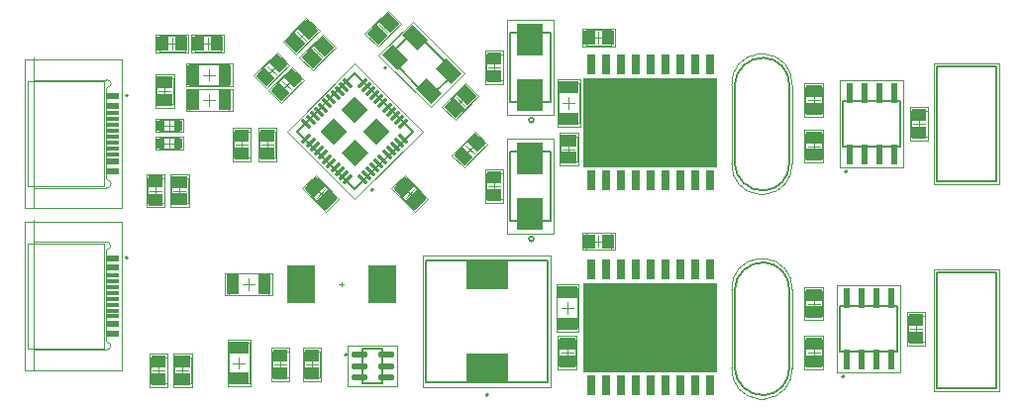
<source format=gtp>
G04*
G04 #@! TF.GenerationSoftware,Altium Limited,Altium Designer,22.1.2 (22)*
G04*
G04 Layer_Color=8421504*
%FSLAX44Y44*%
%MOMM*%
G71*
G04*
G04 #@! TF.SameCoordinates,D73D9505-6E86-4879-9EB9-392C4F9F1875*
G04*
G04*
G04 #@! TF.FilePolarity,Positive*
G04*
G01*
G75*
%ADD10C,0.2000*%
%ADD11C,0.1270*%
%ADD13C,0.0000*%
%ADD14C,0.0500*%
%ADD16C,0.1000*%
G04:AMPARAMS|DCode=17|XSize=1.01mm|YSize=0.26mm|CornerRadius=0.0325mm|HoleSize=0mm|Usage=FLASHONLY|Rotation=135.000|XOffset=0mm|YOffset=0mm|HoleType=Round|Shape=RoundedRectangle|*
%AMROUNDEDRECTD17*
21,1,1.0100,0.1950,0,0,135.0*
21,1,0.9450,0.2600,0,0,135.0*
1,1,0.0650,-0.2652,0.4031*
1,1,0.0650,0.4031,-0.2652*
1,1,0.0650,0.2652,-0.4031*
1,1,0.0650,-0.4031,0.2652*
%
%ADD17ROUNDEDRECTD17*%
G04:AMPARAMS|DCode=18|XSize=0.26mm|YSize=1.01mm|CornerRadius=0.0325mm|HoleSize=0mm|Usage=FLASHONLY|Rotation=135.000|XOffset=0mm|YOffset=0mm|HoleType=Round|Shape=RoundedRectangle|*
%AMROUNDEDRECTD18*
21,1,0.2600,0.9450,0,0,135.0*
21,1,0.1950,1.0100,0,0,135.0*
1,1,0.0650,0.2652,0.4031*
1,1,0.0650,0.4031,0.2652*
1,1,0.0650,-0.2652,-0.4031*
1,1,0.0650,-0.4031,-0.2652*
%
%ADD18ROUNDEDRECTD18*%
G04:AMPARAMS|DCode=19|XSize=1.4mm|YSize=1.1mm|CornerRadius=0mm|HoleSize=0mm|Usage=FLASHONLY|Rotation=315.000|XOffset=0mm|YOffset=0mm|HoleType=Round|Shape=Rectangle|*
%AMROTATEDRECTD19*
4,1,4,-0.8839,0.1061,-0.1061,0.8839,0.8839,-0.1061,0.1061,-0.8839,-0.8839,0.1061,0.0*
%
%ADD19ROTATEDRECTD19*%

%ADD20R,1.1000X0.6000*%
%ADD21R,1.1000X0.3000*%
%ADD22R,1.0000X1.3000*%
%ADD23R,1.3000X1.0000*%
G04:AMPARAMS|DCode=24|XSize=1.75mm|YSize=0.59mm|CornerRadius=0.0738mm|HoleSize=0mm|Usage=FLASHONLY|Rotation=90.000|XOffset=0mm|YOffset=0mm|HoleType=Round|Shape=RoundedRectangle|*
%AMROUNDEDRECTD24*
21,1,1.7500,0.4425,0,0,90.0*
21,1,1.6025,0.5900,0,0,90.0*
1,1,0.1475,0.2213,0.8012*
1,1,0.1475,0.2213,-0.8012*
1,1,0.1475,-0.2213,-0.8012*
1,1,0.1475,-0.2213,0.8012*
%
%ADD24ROUNDEDRECTD24*%
%ADD25R,1.4000X1.1000*%
%ADD26R,1.7000X1.1000*%
%ADD27R,0.7620X1.7780*%
%ADD28R,2.2000X2.8000*%
G04:AMPARAMS|DCode=29|XSize=1.3mm|YSize=1mm|CornerRadius=0mm|HoleSize=0mm|Usage=FLASHONLY|Rotation=135.000|XOffset=0mm|YOffset=0mm|HoleType=Round|Shape=Rectangle|*
%AMROTATEDRECTD29*
4,1,4,0.8132,-0.1061,0.1061,-0.8132,-0.8132,0.1061,-0.1061,0.8132,0.8132,-0.1061,0.0*
%
%ADD29ROTATEDRECTD29*%

G04:AMPARAMS|DCode=30|XSize=1.4mm|YSize=1.1mm|CornerRadius=0mm|HoleSize=0mm|Usage=FLASHONLY|Rotation=225.000|XOffset=0mm|YOffset=0mm|HoleType=Round|Shape=Rectangle|*
%AMROTATEDRECTD30*
4,1,4,0.1061,0.8839,0.8839,0.1061,-0.1061,-0.8839,-0.8839,-0.1061,0.1061,0.8839,0.0*
%
%ADD30ROTATEDRECTD30*%

G04:AMPARAMS|DCode=31|XSize=1.2mm|YSize=1.8mm|CornerRadius=0mm|HoleSize=0mm|Usage=FLASHONLY|Rotation=45.000|XOffset=0mm|YOffset=0mm|HoleType=Round|Shape=Rectangle|*
%AMROTATEDRECTD31*
4,1,4,0.2121,-1.0607,-1.0607,0.2121,-0.2121,1.0607,1.0607,-0.2121,0.2121,-1.0607,0.0*
%
%ADD31ROTATEDRECTD31*%

%ADD32R,1.1000X1.7000*%
%ADD33R,0.7000X0.9000*%
%ADD34R,3.6000X2.6500*%
G04:AMPARAMS|DCode=35|XSize=1.37mm|YSize=0.59mm|CornerRadius=0.1475mm|HoleSize=0mm|Usage=FLASHONLY|Rotation=180.000|XOffset=0mm|YOffset=0mm|HoleType=Round|Shape=RoundedRectangle|*
%AMROUNDEDRECTD35*
21,1,1.3700,0.2950,0,0,180.0*
21,1,1.0750,0.5900,0,0,180.0*
1,1,0.2950,-0.5375,0.1475*
1,1,0.2950,0.5375,0.1475*
1,1,0.2950,0.5375,-0.1475*
1,1,0.2950,-0.5375,-0.1475*
%
%ADD35ROUNDEDRECTD35*%
%ADD36R,2.4000X3.3000*%
G36*
X570397Y1179165D02*
X558800Y1167568D01*
X547203Y1179165D01*
X558800Y1190761D01*
X570397Y1179165D01*
D02*
G37*
G36*
X588781Y1160780D02*
X577185Y1149183D01*
X565588Y1160780D01*
X577185Y1172377D01*
X588781Y1160780D01*
D02*
G37*
G36*
X552012D02*
X540415Y1149183D01*
X528819Y1160780D01*
X540415Y1172377D01*
X552012Y1160780D01*
D02*
G37*
G36*
X570397Y1142395D02*
X558800Y1130799D01*
X547203Y1142395D01*
X558800Y1153992D01*
X570397Y1142395D01*
D02*
G37*
G36*
X868680Y1130270D02*
X754336D01*
Y1206500D01*
X868680D01*
Y1130270D01*
D02*
G37*
G36*
Y955010D02*
X754336D01*
Y1031240D01*
X868680D01*
Y955010D01*
D02*
G37*
D10*
X574437Y1110788D02*
G03*
X574437Y1110788I-1000J0D01*
G01*
X364500Y1052700D02*
G03*
X364500Y1052700I-1000J0D01*
G01*
X364860Y1191260D02*
G03*
X364860Y1191260I-1000J0D01*
G01*
X977220Y950870D02*
G03*
X977220Y950870I-1000J0D01*
G01*
X711660Y1068790D02*
G03*
X711660Y1068790I-2000J0D01*
G01*
X585837Y1215102D02*
G03*
X585837Y1215102I-1000J0D01*
G01*
X711660Y1170390D02*
G03*
X711660Y1170390I-2000J0D01*
G01*
X979760Y1126130D02*
G03*
X979760Y1126130I-1000J0D01*
G01*
X672830Y935220D02*
G03*
X672830Y935220I-1000J0D01*
G01*
X551990Y969620D02*
G03*
X551990Y969620I-1000J0D01*
G01*
D11*
X908473Y1048622D02*
G03*
X883478Y1025313I-843J-24152D01*
G01*
Y958427D02*
G03*
X908473Y935118I24152J843D01*
G01*
X908462Y935118D02*
G03*
X930082Y958302I-782J22402D01*
G01*
Y1025438D02*
G03*
X908462Y1048622I-22402J782D01*
G01*
X908473Y1223612D02*
G03*
X883478Y1200303I-843J-24152D01*
G01*
Y1133417D02*
G03*
X908473Y1110108I24152J843D01*
G01*
X908462Y1110108D02*
G03*
X930082Y1133292I-782J22402D01*
G01*
Y1200428D02*
G03*
X908462Y1223612I-22402J782D01*
G01*
X558800Y1111283D02*
X608298Y1160780D01*
X509302D02*
X558800Y1210277D01*
X509302Y1160780D02*
X558800Y1111283D01*
Y1210277D02*
X608298Y1160780D01*
X883480Y958370D02*
Y1025370D01*
X930080Y958370D02*
Y1025370D01*
X1107440Y941100D02*
Y1040100D01*
X1056640D02*
X1107440D01*
X1056640Y941100D02*
Y1040100D01*
Y941100D02*
X1107440D01*
X973720Y1011370D02*
X1022720D01*
X973720Y972370D02*
X1022720D01*
Y1011370D01*
X973720Y972370D02*
Y1011370D01*
X691160Y1143790D02*
X726160D01*
X691160Y1083790D02*
X726160D01*
X691160D02*
Y1143790D01*
X726160Y1083790D02*
Y1143790D01*
X586959Y1224294D02*
X609586Y1246921D01*
X586959Y1224294D02*
X622314Y1188939D01*
X644941Y1211566D01*
X609586Y1246921D02*
X644941Y1211566D01*
X691160Y1245390D02*
X726160D01*
X691160Y1185390D02*
X726160D01*
X691160D02*
Y1245390D01*
X726160Y1185390D02*
Y1245390D01*
X883480Y1133360D02*
Y1200360D01*
X930080Y1133360D02*
Y1200360D01*
X976260Y1186630D02*
X1025260D01*
X976260Y1147630D02*
X1025260D01*
Y1186630D01*
X976260Y1147630D02*
Y1186630D01*
X1107440Y1117630D02*
Y1216630D01*
X1056640D02*
X1107440D01*
X1056640Y1117630D02*
Y1216630D01*
Y1117630D02*
X1107440D01*
X619830Y946220D02*
X723830D01*
Y1050220D01*
X619830D02*
X723830D01*
X619830Y946220D02*
Y1050220D01*
X565540Y945120D02*
X582540D01*
X565540Y975120D02*
X582540D01*
Y945120D02*
Y975120D01*
X565540Y945120D02*
Y975120D01*
D13*
X349999Y1062956D02*
G03*
X345994Y1066199I-3624J-381D01*
G01*
X347187Y1059699D02*
G03*
X350001Y1062937I-212J3026D01*
G01*
X347208Y1059701D02*
G03*
X345999Y1058208I142J-1351D01*
G01*
Y981792D02*
G03*
X347208Y980299I1351J-142D01*
G01*
X350001Y977063D02*
G03*
X347187Y980301I-3026J212D01*
G01*
X345994Y973801D02*
G03*
X349999Y977044I381J3624D01*
G01*
X350359Y1201516D02*
G03*
X346354Y1204759I-3624J-381D01*
G01*
X347547Y1198259D02*
G03*
X350361Y1201497I-212J3026D01*
G01*
X347568Y1198261D02*
G03*
X346359Y1196768I142J-1351D01*
G01*
Y1120352D02*
G03*
X347568Y1118859I1351J-142D01*
G01*
X350361Y1115623D02*
G03*
X347547Y1118861I-3026J212D01*
G01*
X346354Y1112361D02*
G03*
X350359Y1115604I381J3624D01*
G01*
X284000Y1066200D02*
Y1085200D01*
Y1066200D02*
X346000D01*
Y981800D02*
Y1058200D01*
X284000Y973800D02*
X346000D01*
X284000Y956400D02*
Y973800D01*
X284360Y1204760D02*
Y1223760D01*
Y1204760D02*
X346360D01*
Y1120360D02*
Y1196760D01*
X284360Y1112360D02*
X346360D01*
X284360Y1094960D02*
Y1112360D01*
D14*
X904139Y1051861D02*
G03*
X880989Y1025229I1741J-24891D01*
G01*
Y958511D02*
G03*
X904139Y931879I24891J-1741D01*
G01*
X909420D02*
G03*
X932571Y958511I-1741J24891D01*
G01*
Y1025229D02*
G03*
X909420Y1051861I-24891J1741D01*
G01*
X904139Y1226851D02*
G03*
X880989Y1200219I1741J-24891D01*
G01*
Y1133501D02*
G03*
X904139Y1106869I24891J-1741D01*
G01*
X909420D02*
G03*
X932571Y1133501I-1741J24891D01*
G01*
Y1200219D02*
G03*
X909420Y1226851I-24891J1741D01*
G01*
X500605Y1160780D02*
X558800Y1218975D01*
Y1102585D02*
X616995Y1160780D01*
X500605D02*
X558800Y1102585D01*
Y1218975D02*
X616995Y1160780D01*
X276500Y1083700D02*
X359500D01*
X276500Y956300D02*
Y1083700D01*
X359500Y956300D02*
Y1083700D01*
X276500Y956300D02*
X359500D01*
X276860Y1222260D02*
X359860D01*
X276860Y1094860D02*
Y1222260D01*
X359860Y1094860D02*
Y1222260D01*
X276860Y1094860D02*
X359860D01*
X880980Y958370D02*
Y1025370D01*
X904280Y931870D02*
X909280D01*
X932580Y958370D02*
Y1025370D01*
X904280Y1051870D02*
X909280D01*
X1109940Y938600D02*
Y1042600D01*
X1054140D02*
X1109940D01*
X1054140Y938600D02*
Y1042600D01*
Y938600D02*
X1109940D01*
X971220Y1028970D02*
X1025220D01*
X971220Y954770D02*
X1025220D01*
Y1028970D01*
X971220Y954770D02*
Y1028970D01*
X688660Y1073290D02*
Y1154290D01*
X728660D01*
Y1073290D02*
Y1154290D01*
X688660Y1073290D02*
X728660D01*
X579180Y1225708D02*
X608172Y1254699D01*
X579180Y1225708D02*
X623728Y1181161D01*
X652719Y1210152D01*
X608172Y1254699D02*
X652719Y1210152D01*
X688660Y1174890D02*
Y1255890D01*
X728660D01*
Y1174890D02*
Y1255890D01*
X688660Y1174890D02*
X728660D01*
X880980Y1133360D02*
Y1200360D01*
X904280Y1106860D02*
X909280D01*
X932580Y1133360D02*
Y1200360D01*
X904280Y1226860D02*
X909280D01*
X973760Y1204230D02*
X1027760D01*
X973760Y1130030D02*
X1027760D01*
Y1204230D01*
X973760Y1130030D02*
Y1204230D01*
X1109940Y1115130D02*
Y1219130D01*
X1054140D02*
X1109940D01*
X1054140Y1115130D02*
Y1219130D01*
Y1115130D02*
X1109940D01*
X617330Y942220D02*
X726330D01*
Y1054220D01*
X617330D02*
X726330D01*
X617330Y942220D02*
Y1054220D01*
X552990Y942620D02*
X595090D01*
Y977620D01*
X552990D02*
X595090D01*
X552990Y942620D02*
Y977620D01*
D16*
X545370Y1029970D02*
X549370D01*
X547370Y1027970D02*
Y1031970D01*
X515732Y1254965D02*
X525985Y1244712D01*
X500175Y1239408D02*
X510428Y1229155D01*
X525985Y1244712D01*
X500175Y1239408D02*
X515732Y1254965D01*
X279000Y1064700D02*
X344000D01*
X279000Y975300D02*
X344000D01*
Y1064700D01*
X279000Y975300D02*
Y1064700D01*
X284000Y960000D02*
Y1080000D01*
X279360Y1203260D02*
X344360D01*
X279360Y1113860D02*
X344360D01*
Y1203260D01*
X279360Y1113860D02*
Y1203260D01*
X284360Y1098560D02*
Y1218560D01*
X756330Y1059800D02*
X777830D01*
X756330Y1073800D02*
X777830D01*
Y1059800D02*
Y1073800D01*
X756330Y1059800D02*
Y1073800D01*
X1031860Y981120D02*
Y1002620D01*
X1045860Y981120D02*
Y1002620D01*
X1031860Y981120D02*
X1045860D01*
X1031860Y1002620D02*
X1045860D01*
X958480Y1002460D02*
Y1024460D01*
X943980Y1002460D02*
Y1024460D01*
X958480D01*
X943980Y1002460D02*
X958480D01*
X943980Y960550D02*
Y982550D01*
X958480Y960550D02*
Y982550D01*
X943980Y960550D02*
X958480D01*
X943980Y982550D02*
X958480D01*
X733160Y960550D02*
Y982550D01*
X747660Y960550D02*
Y982550D01*
X733160Y960550D02*
X747660D01*
X733160Y982550D02*
X747660D01*
X731410Y992650D02*
Y1026650D01*
X749410Y992650D02*
Y1026650D01*
X731410Y992650D02*
X749410D01*
X731410Y1026650D02*
X749410D01*
X732680Y1167910D02*
Y1201910D01*
X750680Y1167910D02*
Y1201910D01*
X732680Y1167910D02*
X750680D01*
X732680Y1201910D02*
X750680D01*
X734430Y1134540D02*
Y1156540D01*
X748930Y1134540D02*
Y1156540D01*
X734430Y1134540D02*
X748930D01*
X734430Y1156540D02*
X748930D01*
X671180Y1103040D02*
Y1124540D01*
X685180Y1103040D02*
Y1124540D01*
X671180Y1103040D02*
X685180D01*
X671180Y1124540D02*
X685180D01*
X497728Y1187599D02*
X512931Y1202802D01*
X487829Y1197498D02*
X503032Y1212701D01*
X512931Y1202802D01*
X487829Y1197498D02*
X497728Y1187599D01*
X485028Y1200299D02*
X500231Y1215502D01*
X475129Y1210198D02*
X490332Y1225401D01*
X500231Y1215502D01*
X475129Y1210198D02*
X485028Y1200299D01*
X514145Y1225438D02*
X529702Y1240995D01*
X524398Y1215185D02*
X539955Y1230742D01*
X514145Y1225438D02*
X524398Y1215185D01*
X529702Y1240995D02*
X539955Y1230742D01*
X526938Y1120345D02*
X542495Y1104788D01*
X516685Y1110092D02*
X532242Y1094535D01*
X516685Y1110092D02*
X526938Y1120345D01*
X532242Y1094535D02*
X542495Y1104788D01*
X603138Y1120345D02*
X618695Y1104788D01*
X592885Y1110092D02*
X608442Y1094535D01*
X592885Y1110092D02*
X603138Y1120345D01*
X608442Y1094535D02*
X618695Y1104788D01*
X644449Y1142348D02*
X659652Y1157551D01*
X654348Y1132449D02*
X669551Y1147652D01*
X644449Y1142348D02*
X654348Y1132449D01*
X659652Y1157551D02*
X669551Y1147652D01*
X570025Y1245758D02*
X585582Y1261315D01*
X580278Y1235505D02*
X595835Y1251062D01*
X570025Y1245758D02*
X580278Y1235505D01*
X585582Y1261315D02*
X595835Y1251062D01*
X646318Y1173275D02*
X661875Y1188832D01*
X636065Y1183528D02*
X651622Y1199085D01*
X661875Y1188832D01*
X636065Y1183528D02*
X646318Y1173275D01*
X671180Y1204640D02*
Y1226140D01*
X685180Y1204640D02*
Y1226140D01*
X671180Y1204640D02*
X685180D01*
X671180Y1226140D02*
X685180D01*
X958480Y1176450D02*
Y1198450D01*
X943980Y1176450D02*
Y1198450D01*
X958480D01*
X943980Y1176450D02*
X958480D01*
X943980Y1137080D02*
Y1159080D01*
X958480Y1137080D02*
Y1159080D01*
X943980Y1137080D02*
X958480D01*
X943980Y1159080D02*
X958480D01*
X1034400Y1156380D02*
Y1177880D01*
X1048400Y1156380D02*
Y1177880D01*
X1034400Y1156380D02*
X1048400D01*
X1034400Y1177880D02*
X1048400D01*
X417340Y1218040D02*
X451340D01*
X417340Y1200040D02*
X451340D01*
X417340D02*
Y1218040D01*
X451340Y1200040D02*
Y1218040D01*
X391550Y1170610D02*
X408550D01*
X391550Y1161110D02*
X408550D01*
X391550D02*
Y1170610D01*
X408550Y1161110D02*
Y1170610D01*
X391550Y1155370D02*
X408550D01*
X391550Y1145870D02*
X408550D01*
X391550D02*
Y1155370D01*
X408550Y1145870D02*
Y1155370D01*
X381620Y1099230D02*
Y1120730D01*
X395620Y1099230D02*
Y1120730D01*
X381620Y1099230D02*
X395620D01*
X381620Y1120730D02*
X395620D01*
X416190Y1098980D02*
Y1120980D01*
X401690Y1098980D02*
Y1120980D01*
X416190D01*
X401690Y1098980D02*
X416190D01*
X490870Y1138600D02*
Y1160100D01*
X476870Y1138600D02*
Y1160100D01*
X490870Y1160100D01*
X476870Y1138600D02*
X490870D01*
X469280D02*
Y1160100D01*
X455280Y1138600D02*
Y1160100D01*
X469280Y1160100D01*
X455280Y1138600D02*
X469280D01*
X417340Y1178450D02*
X451340D01*
X417340Y1196450D02*
X451340D01*
Y1178450D02*
Y1196450D01*
X417340Y1178450D02*
Y1196450D01*
X422320Y1242710D02*
X443820D01*
X422320Y1228710D02*
X443820D01*
X422320D02*
Y1242710D01*
X443820Y1228710D02*
Y1242710D01*
X514970Y950640D02*
Y972140D01*
X528970Y950640D02*
Y972140D01*
X514970Y950640D02*
X528970D01*
X514970Y972140D02*
X528970D01*
X488300Y950640D02*
Y972140D01*
X502300Y950640D02*
Y972140D01*
X488300Y950640D02*
X502300D01*
X488300Y972140D02*
X502300D01*
X450740Y979660D02*
X468740D01*
X450740Y945660D02*
X468740D01*
Y979660D01*
X450740Y945660D02*
Y979660D01*
X404230Y945310D02*
Y967310D01*
X418730Y945310D02*
Y967310D01*
X404230Y945310D02*
X418730D01*
X404230Y967310D02*
X418730D01*
X398160Y945560D02*
Y967060D01*
X384160Y945560D02*
Y967060D01*
X398160D01*
X384160Y945560D02*
X398160D01*
X451000Y1021000D02*
Y1039000D01*
X485000Y1021000D02*
Y1039000D01*
X451000D02*
X485000D01*
X451000Y1021000D02*
X485000D01*
X388990Y1184070D02*
Y1206070D01*
X403490Y1184070D02*
Y1206070D01*
X388990Y1184070D02*
X403490D01*
X388990Y1206070D02*
X403490D01*
X391840Y1242710D02*
X413340D01*
X391840Y1228710D02*
X413340D01*
X391840D02*
Y1242710D01*
X413340Y1228710D02*
Y1242710D01*
X756330Y1233790D02*
X777830D01*
X756330Y1247790D02*
X777830D01*
Y1233790D02*
Y1247790D01*
X756330Y1233790D02*
Y1247790D01*
X517323Y1257616D02*
X528636Y1246303D01*
X497524Y1237817D02*
X508837Y1226504D01*
X528636Y1246303D01*
X497524Y1237817D02*
X517323Y1257616D01*
X509544Y1238524D02*
X516616Y1245595D01*
X509544D02*
X516616Y1238524D01*
X767080Y1061800D02*
Y1071800D01*
X762080Y1066800D02*
X772080D01*
X753080Y1059300D02*
X781080D01*
X753080Y1074300D02*
X781080D01*
Y1059300D02*
Y1074300D01*
X753080Y1059300D02*
Y1074300D01*
X1033860Y991870D02*
X1043860D01*
X1038860Y986870D02*
Y996870D01*
X1031360Y977870D02*
Y1005870D01*
X1046360Y977870D02*
Y1005870D01*
X1031360Y977870D02*
X1046360D01*
X1031360Y1005870D02*
X1046360D01*
X946230Y1013460D02*
X956230D01*
X951230Y1008460D02*
Y1018460D01*
X959230Y999460D02*
Y1027460D01*
X943230Y999460D02*
Y1027460D01*
X959230D01*
X943230Y999460D02*
X959230D01*
X946230Y971550D02*
X956230D01*
X951230Y966550D02*
Y976550D01*
X943230Y957550D02*
Y985550D01*
X959230Y957550D02*
Y985550D01*
X943230Y957550D02*
X959230D01*
X943230Y985550D02*
X959230D01*
X735410Y971550D02*
X745410D01*
X740410Y966550D02*
Y976550D01*
X732410Y957550D02*
Y985550D01*
X748410Y957550D02*
Y985550D01*
X732410Y957550D02*
X748410D01*
X732410Y985550D02*
X748410D01*
X735410Y1009650D02*
X745410D01*
X740410Y1004650D02*
Y1014650D01*
X730910Y989650D02*
Y1029650D01*
X749910Y989650D02*
Y1029650D01*
X730910Y989650D02*
X749910D01*
X730910Y1029650D02*
X749910D01*
X736680Y1184910D02*
X746680D01*
X741680Y1179910D02*
Y1189910D01*
X732180Y1164910D02*
Y1204910D01*
X751180Y1164910D02*
Y1204910D01*
X732180Y1164910D02*
X751180D01*
X732180Y1204910D02*
X751180D01*
X736680Y1145540D02*
X746680D01*
X741680Y1140540D02*
Y1150540D01*
X733680Y1131540D02*
Y1159540D01*
X749680Y1131540D02*
Y1159540D01*
X733680Y1131540D02*
X749680D01*
X733680Y1159540D02*
X749680D01*
X673180Y1113790D02*
X683180D01*
X678180Y1108790D02*
Y1118790D01*
X670680Y1099790D02*
Y1127790D01*
X685680Y1099790D02*
Y1127790D01*
X670680Y1099790D02*
X685680D01*
X670680Y1127790D02*
X685680D01*
X496844Y1203686D02*
X503916Y1196615D01*
X496844Y1196615D02*
X503916Y1203686D01*
X495784Y1184947D02*
X515583Y1204746D01*
X485177Y1195554D02*
X504976Y1215353D01*
X515583Y1204746D01*
X485177Y1195554D02*
X495784Y1184947D01*
X484145Y1216386D02*
X491216Y1209314D01*
X484145Y1209314D02*
X491216Y1216386D01*
X483084Y1197647D02*
X502883Y1217446D01*
X472477Y1208254D02*
X492276Y1228053D01*
X502883Y1217446D01*
X472477Y1208254D02*
X483084Y1197647D01*
X523515Y1231626D02*
X530586Y1224554D01*
X523515Y1224554D02*
X530586Y1231626D01*
X511494Y1223847D02*
X531293Y1243646D01*
X522807Y1212534D02*
X542606Y1232333D01*
X511494Y1223847D02*
X522807Y1212534D01*
X531293Y1243646D02*
X542606Y1232333D01*
X526054Y1103904D02*
X533125Y1110975D01*
X526054D02*
X533125Y1103904D01*
X525347Y1122996D02*
X545146Y1103197D01*
X514034Y1111683D02*
X533833Y1091884D01*
X514034Y1111683D02*
X525347Y1122996D01*
X533833Y1091884D02*
X545146Y1103197D01*
X602254Y1103904D02*
X609325Y1110975D01*
X602254D02*
X609325Y1103904D01*
X601547Y1122996D02*
X621346Y1103197D01*
X590234Y1111683D02*
X610033Y1091884D01*
X590234Y1111683D02*
X601547Y1122996D01*
X610033Y1091884D02*
X621346Y1103197D01*
X653465Y1148536D02*
X660536Y1141464D01*
X653465D02*
X660536Y1148536D01*
X641797Y1140404D02*
X661596Y1160203D01*
X652404Y1129797D02*
X672203Y1149596D01*
X641797Y1140404D02*
X652404Y1129797D01*
X661596Y1160203D02*
X672203Y1149596D01*
X579394Y1251945D02*
X586466Y1244874D01*
X579394Y1244874D02*
X586466Y1251945D01*
X567374Y1244167D02*
X587173Y1263966D01*
X578687Y1232854D02*
X598486Y1252653D01*
X567374Y1244167D02*
X578687Y1232854D01*
X587173Y1263966D02*
X598486Y1252653D01*
X645434Y1189716D02*
X652505Y1182645D01*
X645434D02*
X652505Y1189716D01*
X644727Y1170624D02*
X664526Y1190423D01*
X633414Y1181937D02*
X653213Y1201736D01*
X664526Y1190423D01*
X633414Y1181937D02*
X644727Y1170624D01*
X673180Y1215390D02*
X683180D01*
X678180Y1210390D02*
Y1220390D01*
X670680Y1201390D02*
Y1229390D01*
X685680Y1201390D02*
Y1229390D01*
X670680Y1201390D02*
X685680D01*
X670680Y1229390D02*
X685680D01*
X946230Y1187450D02*
X956230D01*
X951230Y1182450D02*
Y1192450D01*
X959230Y1173450D02*
Y1201450D01*
X943230Y1173450D02*
Y1201450D01*
X959230D01*
X943230Y1173450D02*
X959230D01*
X946230Y1148080D02*
X956230D01*
X951230Y1143080D02*
Y1153080D01*
X943230Y1134080D02*
Y1162080D01*
X959230Y1134080D02*
Y1162080D01*
X943230Y1134080D02*
X959230D01*
X943230Y1162080D02*
X959230D01*
X1036400Y1167130D02*
X1046400D01*
X1041400Y1162130D02*
Y1172130D01*
X1033900Y1153130D02*
Y1181130D01*
X1048900Y1153130D02*
Y1181130D01*
X1033900Y1153130D02*
X1048900D01*
X1033900Y1181130D02*
X1048900D01*
X434340Y1204040D02*
Y1214040D01*
X429340Y1209040D02*
X439340D01*
X414340Y1218540D02*
X454340D01*
X414340Y1199540D02*
X454340D01*
X414340D02*
Y1218540D01*
X454340Y1199540D02*
Y1218540D01*
X400050Y1161110D02*
Y1170610D01*
X395300Y1165860D02*
X404800D01*
X388050Y1171360D02*
X412050D01*
X388050Y1160360D02*
X412050D01*
X388050D02*
Y1171360D01*
X412050Y1160360D02*
Y1171360D01*
X400050Y1145870D02*
Y1155370D01*
X395300Y1150620D02*
X404800D01*
X388050Y1156120D02*
X412050D01*
X388050Y1145120D02*
X412050D01*
X388050D02*
Y1156120D01*
X412050Y1145120D02*
Y1156120D01*
X383620Y1109980D02*
X393620D01*
X388620Y1104980D02*
Y1114980D01*
X381120Y1095980D02*
Y1123980D01*
X396120Y1095980D02*
Y1123980D01*
X381120Y1095980D02*
X396120D01*
X381120Y1123980D02*
X396120D01*
X403940Y1109980D02*
X413940D01*
X408940Y1104980D02*
Y1114980D01*
X416940Y1095980D02*
Y1123980D01*
X400940Y1095980D02*
Y1123980D01*
X416940D01*
X400940Y1095980D02*
X416940D01*
X478870Y1149350D02*
X488870D01*
X483870Y1144350D02*
Y1154350D01*
X491370Y1163350D02*
X491370Y1135350D01*
X476370D02*
Y1163350D01*
X491370D01*
X476370Y1135350D02*
X491370D01*
X457280Y1149350D02*
X467280D01*
X462280Y1144350D02*
Y1154350D01*
X469780Y1163350D02*
X469780Y1135350D01*
X454780D02*
Y1163350D01*
X469780D01*
X454780Y1135350D02*
X469780D01*
X434340Y1182450D02*
Y1192450D01*
X429340Y1187450D02*
X439340D01*
X414340Y1177950D02*
X454340D01*
X414340Y1196950D02*
X454340D01*
Y1177950D02*
Y1196950D01*
X414340Y1177950D02*
Y1196950D01*
X433070Y1230710D02*
Y1240710D01*
X428070Y1235710D02*
X438070D01*
X419070Y1243210D02*
X447070D01*
X419070Y1228210D02*
X447070D01*
X419070D02*
Y1243210D01*
X447070Y1228210D02*
Y1243210D01*
X516970Y961390D02*
X526970D01*
X521970Y956390D02*
Y966390D01*
X514470Y947390D02*
Y975390D01*
X529470Y947390D02*
Y975390D01*
X514470Y947390D02*
X529470D01*
X514470Y975390D02*
X529470D01*
X490300Y961390D02*
X500300D01*
X495300Y956390D02*
Y966390D01*
X487800Y947390D02*
Y975390D01*
X502800Y947390D02*
Y975390D01*
X487800Y947390D02*
X502800D01*
X487800Y975390D02*
X502800D01*
X450240Y982660D02*
X469240D01*
X450240Y942660D02*
X469240D01*
Y982660D01*
X450240Y942660D02*
Y982660D01*
X459740Y957660D02*
Y967660D01*
X454740Y962660D02*
X464740D01*
X406480Y956310D02*
X416480D01*
X411480Y951310D02*
Y961310D01*
X403480Y942310D02*
Y970310D01*
X419480Y942310D02*
Y970310D01*
X403480Y942310D02*
X419480D01*
X403480Y970310D02*
X419480D01*
X386160Y956310D02*
X396160D01*
X391160Y951310D02*
Y961310D01*
X398660Y942310D02*
Y970310D01*
X383660Y942310D02*
Y970310D01*
X398660D01*
X383660Y942310D02*
X398660D01*
X448000Y1020500D02*
Y1039500D01*
X488000Y1020500D02*
Y1039500D01*
X448000D02*
X488000D01*
X448000Y1020500D02*
X488000D01*
X463000Y1030000D02*
X473000D01*
X468000Y1025000D02*
Y1035000D01*
X391240Y1195070D02*
X401240D01*
X396240Y1190070D02*
Y1200070D01*
X388240Y1181070D02*
Y1209070D01*
X404240Y1181070D02*
Y1209070D01*
X388240Y1181070D02*
X404240D01*
X388240Y1209070D02*
X404240D01*
X402590Y1230710D02*
Y1240710D01*
X397590Y1235710D02*
X407590D01*
X388590Y1243210D02*
X416590D01*
X388590Y1228210D02*
X416590D01*
X388590D02*
Y1243210D01*
X416590Y1228210D02*
Y1243210D01*
X767080Y1235790D02*
Y1245790D01*
X762080Y1240790D02*
X772080D01*
X753080Y1233290D02*
X781080D01*
X753080Y1248290D02*
X781080D01*
Y1233290D02*
Y1248290D01*
X753080Y1233290D02*
Y1248290D01*
D17*
X517364Y1166861D02*
D03*
X520899Y1170397D02*
D03*
X524435Y1173932D02*
D03*
X527970Y1177468D02*
D03*
X531506Y1181003D02*
D03*
X535041Y1184539D02*
D03*
X538577Y1188074D02*
D03*
X542112Y1191610D02*
D03*
X545648Y1195145D02*
D03*
X549183Y1198681D02*
D03*
X552719Y1202216D02*
D03*
X600237Y1154699D02*
D03*
X596701Y1151163D02*
D03*
X593165Y1147628D02*
D03*
X589630Y1144092D02*
D03*
X586094Y1140557D02*
D03*
X582559Y1137021D02*
D03*
X579023Y1133486D02*
D03*
X575488Y1129950D02*
D03*
X571952Y1126415D02*
D03*
X568417Y1122879D02*
D03*
X564881Y1119343D02*
D03*
D18*
X552719D02*
D03*
X549183Y1122879D02*
D03*
X545648Y1126415D02*
D03*
X542112Y1129950D02*
D03*
X538577Y1133486D02*
D03*
X535041Y1137021D02*
D03*
X531506Y1140557D02*
D03*
X527970Y1144092D02*
D03*
X524435Y1147628D02*
D03*
X520899Y1151163D02*
D03*
X517364Y1154699D02*
D03*
X564881Y1202216D02*
D03*
X568417Y1198681D02*
D03*
X571952Y1195145D02*
D03*
X575488Y1191610D02*
D03*
X579023Y1188074D02*
D03*
X582559Y1184539D02*
D03*
X586094Y1181003D02*
D03*
X589630Y1177468D02*
D03*
X593165Y1173932D02*
D03*
X596701Y1170397D02*
D03*
X600237Y1166861D02*
D03*
D19*
X518383Y1247363D02*
D03*
X507777Y1236757D02*
D03*
X521747Y1222787D02*
D03*
X532353Y1233393D02*
D03*
X577627Y1243107D02*
D03*
X588233Y1253713D02*
D03*
X654273Y1191483D02*
D03*
X643667Y1180877D02*
D03*
D20*
X351500Y1052000D02*
D03*
Y1044000D02*
D03*
Y996000D02*
D03*
Y988000D02*
D03*
X351860Y1190560D02*
D03*
Y1182560D02*
D03*
Y1134560D02*
D03*
Y1126560D02*
D03*
D21*
X351500Y1037500D02*
D03*
Y1032500D02*
D03*
Y1027500D02*
D03*
Y1022500D02*
D03*
Y1017500D02*
D03*
Y1012500D02*
D03*
Y1007500D02*
D03*
Y1002500D02*
D03*
X351860Y1176060D02*
D03*
Y1171060D02*
D03*
Y1166060D02*
D03*
Y1161060D02*
D03*
Y1156060D02*
D03*
Y1151060D02*
D03*
Y1146060D02*
D03*
Y1141060D02*
D03*
D22*
X775080Y1066800D02*
D03*
X759080D02*
D03*
X425070Y1235710D02*
D03*
X441070D02*
D03*
X394590D02*
D03*
X410590D02*
D03*
X775080Y1240790D02*
D03*
X759080D02*
D03*
D23*
X1038860Y983870D02*
D03*
Y999870D02*
D03*
X678180Y1105790D02*
D03*
Y1121790D02*
D03*
Y1207390D02*
D03*
Y1223390D02*
D03*
X1041400Y1159130D02*
D03*
Y1175130D02*
D03*
X388620Y1101980D02*
D03*
Y1117980D02*
D03*
X483870Y1157350D02*
D03*
Y1141350D02*
D03*
X462280Y1157350D02*
D03*
Y1141350D02*
D03*
X521970Y953390D02*
D03*
Y969390D02*
D03*
X495300Y953390D02*
D03*
Y969390D02*
D03*
X391160Y964310D02*
D03*
Y948310D02*
D03*
D24*
X979170Y1017720D02*
D03*
X991870D02*
D03*
X1004570D02*
D03*
X1017270D02*
D03*
Y966020D02*
D03*
X1004570D02*
D03*
X991870D02*
D03*
X979170D02*
D03*
X981710Y1192980D02*
D03*
X994410D02*
D03*
X1007110D02*
D03*
X1019810D02*
D03*
Y1141280D02*
D03*
X1007110D02*
D03*
X994410D02*
D03*
X981710D02*
D03*
D25*
X951230Y1020960D02*
D03*
Y1005960D02*
D03*
X951230Y964050D02*
D03*
Y979050D02*
D03*
X740410Y964050D02*
D03*
Y979050D02*
D03*
X741680Y1138040D02*
D03*
Y1153040D02*
D03*
X951230Y1194950D02*
D03*
Y1179950D02*
D03*
X951230Y1140580D02*
D03*
Y1155580D02*
D03*
X408940Y1117480D02*
D03*
Y1102480D02*
D03*
X411480Y948810D02*
D03*
Y963810D02*
D03*
X396240Y1187570D02*
D03*
Y1202570D02*
D03*
D26*
X740410Y996150D02*
D03*
Y1023150D02*
D03*
X741680Y1171410D02*
D03*
Y1198410D02*
D03*
X459740Y976160D02*
D03*
Y949160D02*
D03*
D27*
X760730Y1042289D02*
D03*
X773430D02*
D03*
X786130D02*
D03*
X798830D02*
D03*
X811530D02*
D03*
X824230D02*
D03*
X836930D02*
D03*
X849630D02*
D03*
X862330D02*
D03*
Y943991D02*
D03*
X849630D02*
D03*
X836930D02*
D03*
X824230D02*
D03*
X811530D02*
D03*
X798830D02*
D03*
X786130D02*
D03*
X773430D02*
D03*
X760730D02*
D03*
Y1217549D02*
D03*
X773430D02*
D03*
X786130D02*
D03*
X798830D02*
D03*
X811530D02*
D03*
X824230D02*
D03*
X836930D02*
D03*
X849630D02*
D03*
X862330D02*
D03*
Y1119251D02*
D03*
X849630D02*
D03*
X836930D02*
D03*
X824230D02*
D03*
X811530D02*
D03*
X798830D02*
D03*
X786130D02*
D03*
X773430D02*
D03*
X760730D02*
D03*
D28*
X708660Y1089790D02*
D03*
Y1137790D02*
D03*
Y1191390D02*
D03*
Y1239390D02*
D03*
D29*
X506037Y1205807D02*
D03*
X494723Y1194493D02*
D03*
X493337Y1218507D02*
D03*
X482023Y1207193D02*
D03*
X651343Y1139343D02*
D03*
X662657Y1150657D02*
D03*
D30*
X524287Y1112743D02*
D03*
X534893Y1102137D02*
D03*
X600487Y1112743D02*
D03*
X611093Y1102137D02*
D03*
D31*
X610293Y1240557D02*
D03*
X638577Y1212273D02*
D03*
X621607Y1195303D02*
D03*
X593323Y1223587D02*
D03*
D32*
X420840Y1209040D02*
D03*
X447840D02*
D03*
Y1187450D02*
D03*
X420840D02*
D03*
X454500Y1030000D02*
D03*
X481500D02*
D03*
D33*
X392550Y1165860D02*
D03*
X407550D02*
D03*
X392550Y1150620D02*
D03*
X407550D02*
D03*
D34*
X671830Y1038470D02*
D03*
Y957970D02*
D03*
D35*
X585740Y969620D02*
D03*
Y960120D02*
D03*
Y950620D02*
D03*
X562340D02*
D03*
Y960120D02*
D03*
Y969620D02*
D03*
D36*
X512620Y1029970D02*
D03*
X582120D02*
D03*
M02*

</source>
